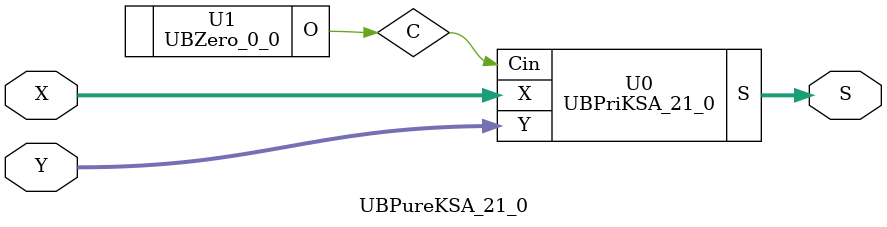
<source format=v>
/*----------------------------------------------------------------------------
  Copyright (c) 2021 Homma laboratory. All rights reserved.

  Top module: UBKSA_21_0_21_0

  Operand-1 length: 22
  Operand-2 length: 22
  Two-operand addition algorithm: Kogge-Stone adder
----------------------------------------------------------------------------*/

module GPGenerator(Go, Po, A, B);
  output Go;
  output Po;
  input A;
  input B;
  assign Go = A & B;
  assign Po = A ^ B;
endmodule

module CarryOperator(Go, Po, Gi1, Pi1, Gi2, Pi2);
  output Go;
  output Po;
  input Gi1;
  input Gi2;
  input Pi1;
  input Pi2;
  assign Go = Gi1 | ( Gi2 & Pi1 );
  assign Po = Pi1 & Pi2;
endmodule

module UBPriKSA_21_0(S, X, Y, Cin);
  output [22:0] S;
  input Cin;
  input [21:0] X;
  input [21:0] Y;
  wire [21:0] G0;
  wire [21:0] G1;
  wire [21:0] G2;
  wire [21:0] G3;
  wire [21:0] G4;
  wire [21:0] G5;
  wire [21:0] P0;
  wire [21:0] P1;
  wire [21:0] P2;
  wire [21:0] P3;
  wire [21:0] P4;
  wire [21:0] P5;
  assign P1[0] = P0[0];
  assign G1[0] = G0[0];
  assign P2[0] = P1[0];
  assign G2[0] = G1[0];
  assign P2[1] = P1[1];
  assign G2[1] = G1[1];
  assign P3[0] = P2[0];
  assign G3[0] = G2[0];
  assign P3[1] = P2[1];
  assign G3[1] = G2[1];
  assign P3[2] = P2[2];
  assign G3[2] = G2[2];
  assign P3[3] = P2[3];
  assign G3[3] = G2[3];
  assign P4[0] = P3[0];
  assign G4[0] = G3[0];
  assign P4[1] = P3[1];
  assign G4[1] = G3[1];
  assign P4[2] = P3[2];
  assign G4[2] = G3[2];
  assign P4[3] = P3[3];
  assign G4[3] = G3[3];
  assign P4[4] = P3[4];
  assign G4[4] = G3[4];
  assign P4[5] = P3[5];
  assign G4[5] = G3[5];
  assign P4[6] = P3[6];
  assign G4[6] = G3[6];
  assign P4[7] = P3[7];
  assign G4[7] = G3[7];
  assign P5[0] = P4[0];
  assign G5[0] = G4[0];
  assign P5[1] = P4[1];
  assign G5[1] = G4[1];
  assign P5[2] = P4[2];
  assign G5[2] = G4[2];
  assign P5[3] = P4[3];
  assign G5[3] = G4[3];
  assign P5[4] = P4[4];
  assign G5[4] = G4[4];
  assign P5[5] = P4[5];
  assign G5[5] = G4[5];
  assign P5[6] = P4[6];
  assign G5[6] = G4[6];
  assign P5[7] = P4[7];
  assign G5[7] = G4[7];
  assign P5[8] = P4[8];
  assign G5[8] = G4[8];
  assign P5[9] = P4[9];
  assign G5[9] = G4[9];
  assign P5[10] = P4[10];
  assign G5[10] = G4[10];
  assign P5[11] = P4[11];
  assign G5[11] = G4[11];
  assign P5[12] = P4[12];
  assign G5[12] = G4[12];
  assign P5[13] = P4[13];
  assign G5[13] = G4[13];
  assign P5[14] = P4[14];
  assign G5[14] = G4[14];
  assign P5[15] = P4[15];
  assign G5[15] = G4[15];
  assign S[0] = Cin ^ P0[0];
  assign S[1] = ( G5[0] | ( P5[0] & Cin ) ) ^ P0[1];
  assign S[2] = ( G5[1] | ( P5[1] & Cin ) ) ^ P0[2];
  assign S[3] = ( G5[2] | ( P5[2] & Cin ) ) ^ P0[3];
  assign S[4] = ( G5[3] | ( P5[3] & Cin ) ) ^ P0[4];
  assign S[5] = ( G5[4] | ( P5[4] & Cin ) ) ^ P0[5];
  assign S[6] = ( G5[5] | ( P5[5] & Cin ) ) ^ P0[6];
  assign S[7] = ( G5[6] | ( P5[6] & Cin ) ) ^ P0[7];
  assign S[8] = ( G5[7] | ( P5[7] & Cin ) ) ^ P0[8];
  assign S[9] = ( G5[8] | ( P5[8] & Cin ) ) ^ P0[9];
  assign S[10] = ( G5[9] | ( P5[9] & Cin ) ) ^ P0[10];
  assign S[11] = ( G5[10] | ( P5[10] & Cin ) ) ^ P0[11];
  assign S[12] = ( G5[11] | ( P5[11] & Cin ) ) ^ P0[12];
  assign S[13] = ( G5[12] | ( P5[12] & Cin ) ) ^ P0[13];
  assign S[14] = ( G5[13] | ( P5[13] & Cin ) ) ^ P0[14];
  assign S[15] = ( G5[14] | ( P5[14] & Cin ) ) ^ P0[15];
  assign S[16] = ( G5[15] | ( P5[15] & Cin ) ) ^ P0[16];
  assign S[17] = ( G5[16] | ( P5[16] & Cin ) ) ^ P0[17];
  assign S[18] = ( G5[17] | ( P5[17] & Cin ) ) ^ P0[18];
  assign S[19] = ( G5[18] | ( P5[18] & Cin ) ) ^ P0[19];
  assign S[20] = ( G5[19] | ( P5[19] & Cin ) ) ^ P0[20];
  assign S[21] = ( G5[20] | ( P5[20] & Cin ) ) ^ P0[21];
  assign S[22] = G5[21] | ( P5[21] & Cin );
  GPGenerator U0 (G0[0], P0[0], X[0], Y[0]);
  GPGenerator U1 (G0[1], P0[1], X[1], Y[1]);
  GPGenerator U2 (G0[2], P0[2], X[2], Y[2]);
  GPGenerator U3 (G0[3], P0[3], X[3], Y[3]);
  GPGenerator U4 (G0[4], P0[4], X[4], Y[4]);
  GPGenerator U5 (G0[5], P0[5], X[5], Y[5]);
  GPGenerator U6 (G0[6], P0[6], X[6], Y[6]);
  GPGenerator U7 (G0[7], P0[7], X[7], Y[7]);
  GPGenerator U8 (G0[8], P0[8], X[8], Y[8]);
  GPGenerator U9 (G0[9], P0[9], X[9], Y[9]);
  GPGenerator U10 (G0[10], P0[10], X[10], Y[10]);
  GPGenerator U11 (G0[11], P0[11], X[11], Y[11]);
  GPGenerator U12 (G0[12], P0[12], X[12], Y[12]);
  GPGenerator U13 (G0[13], P0[13], X[13], Y[13]);
  GPGenerator U14 (G0[14], P0[14], X[14], Y[14]);
  GPGenerator U15 (G0[15], P0[15], X[15], Y[15]);
  GPGenerator U16 (G0[16], P0[16], X[16], Y[16]);
  GPGenerator U17 (G0[17], P0[17], X[17], Y[17]);
  GPGenerator U18 (G0[18], P0[18], X[18], Y[18]);
  GPGenerator U19 (G0[19], P0[19], X[19], Y[19]);
  GPGenerator U20 (G0[20], P0[20], X[20], Y[20]);
  GPGenerator U21 (G0[21], P0[21], X[21], Y[21]);
  CarryOperator U22 (G1[1], P1[1], G0[1], P0[1], G0[0], P0[0]);
  CarryOperator U23 (G1[2], P1[2], G0[2], P0[2], G0[1], P0[1]);
  CarryOperator U24 (G1[3], P1[3], G0[3], P0[3], G0[2], P0[2]);
  CarryOperator U25 (G1[4], P1[4], G0[4], P0[4], G0[3], P0[3]);
  CarryOperator U26 (G1[5], P1[5], G0[5], P0[5], G0[4], P0[4]);
  CarryOperator U27 (G1[6], P1[6], G0[6], P0[6], G0[5], P0[5]);
  CarryOperator U28 (G1[7], P1[7], G0[7], P0[7], G0[6], P0[6]);
  CarryOperator U29 (G1[8], P1[8], G0[8], P0[8], G0[7], P0[7]);
  CarryOperator U30 (G1[9], P1[9], G0[9], P0[9], G0[8], P0[8]);
  CarryOperator U31 (G1[10], P1[10], G0[10], P0[10], G0[9], P0[9]);
  CarryOperator U32 (G1[11], P1[11], G0[11], P0[11], G0[10], P0[10]);
  CarryOperator U33 (G1[12], P1[12], G0[12], P0[12], G0[11], P0[11]);
  CarryOperator U34 (G1[13], P1[13], G0[13], P0[13], G0[12], P0[12]);
  CarryOperator U35 (G1[14], P1[14], G0[14], P0[14], G0[13], P0[13]);
  CarryOperator U36 (G1[15], P1[15], G0[15], P0[15], G0[14], P0[14]);
  CarryOperator U37 (G1[16], P1[16], G0[16], P0[16], G0[15], P0[15]);
  CarryOperator U38 (G1[17], P1[17], G0[17], P0[17], G0[16], P0[16]);
  CarryOperator U39 (G1[18], P1[18], G0[18], P0[18], G0[17], P0[17]);
  CarryOperator U40 (G1[19], P1[19], G0[19], P0[19], G0[18], P0[18]);
  CarryOperator U41 (G1[20], P1[20], G0[20], P0[20], G0[19], P0[19]);
  CarryOperator U42 (G1[21], P1[21], G0[21], P0[21], G0[20], P0[20]);
  CarryOperator U43 (G2[2], P2[2], G1[2], P1[2], G1[0], P1[0]);
  CarryOperator U44 (G2[3], P2[3], G1[3], P1[3], G1[1], P1[1]);
  CarryOperator U45 (G2[4], P2[4], G1[4], P1[4], G1[2], P1[2]);
  CarryOperator U46 (G2[5], P2[5], G1[5], P1[5], G1[3], P1[3]);
  CarryOperator U47 (G2[6], P2[6], G1[6], P1[6], G1[4], P1[4]);
  CarryOperator U48 (G2[7], P2[7], G1[7], P1[7], G1[5], P1[5]);
  CarryOperator U49 (G2[8], P2[8], G1[8], P1[8], G1[6], P1[6]);
  CarryOperator U50 (G2[9], P2[9], G1[9], P1[9], G1[7], P1[7]);
  CarryOperator U51 (G2[10], P2[10], G1[10], P1[10], G1[8], P1[8]);
  CarryOperator U52 (G2[11], P2[11], G1[11], P1[11], G1[9], P1[9]);
  CarryOperator U53 (G2[12], P2[12], G1[12], P1[12], G1[10], P1[10]);
  CarryOperator U54 (G2[13], P2[13], G1[13], P1[13], G1[11], P1[11]);
  CarryOperator U55 (G2[14], P2[14], G1[14], P1[14], G1[12], P1[12]);
  CarryOperator U56 (G2[15], P2[15], G1[15], P1[15], G1[13], P1[13]);
  CarryOperator U57 (G2[16], P2[16], G1[16], P1[16], G1[14], P1[14]);
  CarryOperator U58 (G2[17], P2[17], G1[17], P1[17], G1[15], P1[15]);
  CarryOperator U59 (G2[18], P2[18], G1[18], P1[18], G1[16], P1[16]);
  CarryOperator U60 (G2[19], P2[19], G1[19], P1[19], G1[17], P1[17]);
  CarryOperator U61 (G2[20], P2[20], G1[20], P1[20], G1[18], P1[18]);
  CarryOperator U62 (G2[21], P2[21], G1[21], P1[21], G1[19], P1[19]);
  CarryOperator U63 (G3[4], P3[4], G2[4], P2[4], G2[0], P2[0]);
  CarryOperator U64 (G3[5], P3[5], G2[5], P2[5], G2[1], P2[1]);
  CarryOperator U65 (G3[6], P3[6], G2[6], P2[6], G2[2], P2[2]);
  CarryOperator U66 (G3[7], P3[7], G2[7], P2[7], G2[3], P2[3]);
  CarryOperator U67 (G3[8], P3[8], G2[8], P2[8], G2[4], P2[4]);
  CarryOperator U68 (G3[9], P3[9], G2[9], P2[9], G2[5], P2[5]);
  CarryOperator U69 (G3[10], P3[10], G2[10], P2[10], G2[6], P2[6]);
  CarryOperator U70 (G3[11], P3[11], G2[11], P2[11], G2[7], P2[7]);
  CarryOperator U71 (G3[12], P3[12], G2[12], P2[12], G2[8], P2[8]);
  CarryOperator U72 (G3[13], P3[13], G2[13], P2[13], G2[9], P2[9]);
  CarryOperator U73 (G3[14], P3[14], G2[14], P2[14], G2[10], P2[10]);
  CarryOperator U74 (G3[15], P3[15], G2[15], P2[15], G2[11], P2[11]);
  CarryOperator U75 (G3[16], P3[16], G2[16], P2[16], G2[12], P2[12]);
  CarryOperator U76 (G3[17], P3[17], G2[17], P2[17], G2[13], P2[13]);
  CarryOperator U77 (G3[18], P3[18], G2[18], P2[18], G2[14], P2[14]);
  CarryOperator U78 (G3[19], P3[19], G2[19], P2[19], G2[15], P2[15]);
  CarryOperator U79 (G3[20], P3[20], G2[20], P2[20], G2[16], P2[16]);
  CarryOperator U80 (G3[21], P3[21], G2[21], P2[21], G2[17], P2[17]);
  CarryOperator U81 (G4[8], P4[8], G3[8], P3[8], G3[0], P3[0]);
  CarryOperator U82 (G4[9], P4[9], G3[9], P3[9], G3[1], P3[1]);
  CarryOperator U83 (G4[10], P4[10], G3[10], P3[10], G3[2], P3[2]);
  CarryOperator U84 (G4[11], P4[11], G3[11], P3[11], G3[3], P3[3]);
  CarryOperator U85 (G4[12], P4[12], G3[12], P3[12], G3[4], P3[4]);
  CarryOperator U86 (G4[13], P4[13], G3[13], P3[13], G3[5], P3[5]);
  CarryOperator U87 (G4[14], P4[14], G3[14], P3[14], G3[6], P3[6]);
  CarryOperator U88 (G4[15], P4[15], G3[15], P3[15], G3[7], P3[7]);
  CarryOperator U89 (G4[16], P4[16], G3[16], P3[16], G3[8], P3[8]);
  CarryOperator U90 (G4[17], P4[17], G3[17], P3[17], G3[9], P3[9]);
  CarryOperator U91 (G4[18], P4[18], G3[18], P3[18], G3[10], P3[10]);
  CarryOperator U92 (G4[19], P4[19], G3[19], P3[19], G3[11], P3[11]);
  CarryOperator U93 (G4[20], P4[20], G3[20], P3[20], G3[12], P3[12]);
  CarryOperator U94 (G4[21], P4[21], G3[21], P3[21], G3[13], P3[13]);
  CarryOperator U95 (G5[16], P5[16], G4[16], P4[16], G4[0], P4[0]);
  CarryOperator U96 (G5[17], P5[17], G4[17], P4[17], G4[1], P4[1]);
  CarryOperator U97 (G5[18], P5[18], G4[18], P4[18], G4[2], P4[2]);
  CarryOperator U98 (G5[19], P5[19], G4[19], P4[19], G4[3], P4[3]);
  CarryOperator U99 (G5[20], P5[20], G4[20], P4[20], G4[4], P4[4]);
  CarryOperator U100 (G5[21], P5[21], G4[21], P4[21], G4[5], P4[5]);
endmodule

module UBZero_0_0(O);
  output [0:0] O;
  assign O[0] = 0;
endmodule

module UBKSA_21_0_21_0 (S, X, Y);
  output [22:0] S;
  input [21:0] X;
  input [21:0] Y;
  UBPureKSA_21_0 U0 (S[22:0], X[21:0], Y[21:0]);
endmodule

module UBPureKSA_21_0 (S, X, Y);
  output [22:0] S;
  input [21:0] X;
  input [21:0] Y;
  wire C;
  UBPriKSA_21_0 U0 (S, X, Y, C);
  UBZero_0_0 U1 (C);
endmodule


</source>
